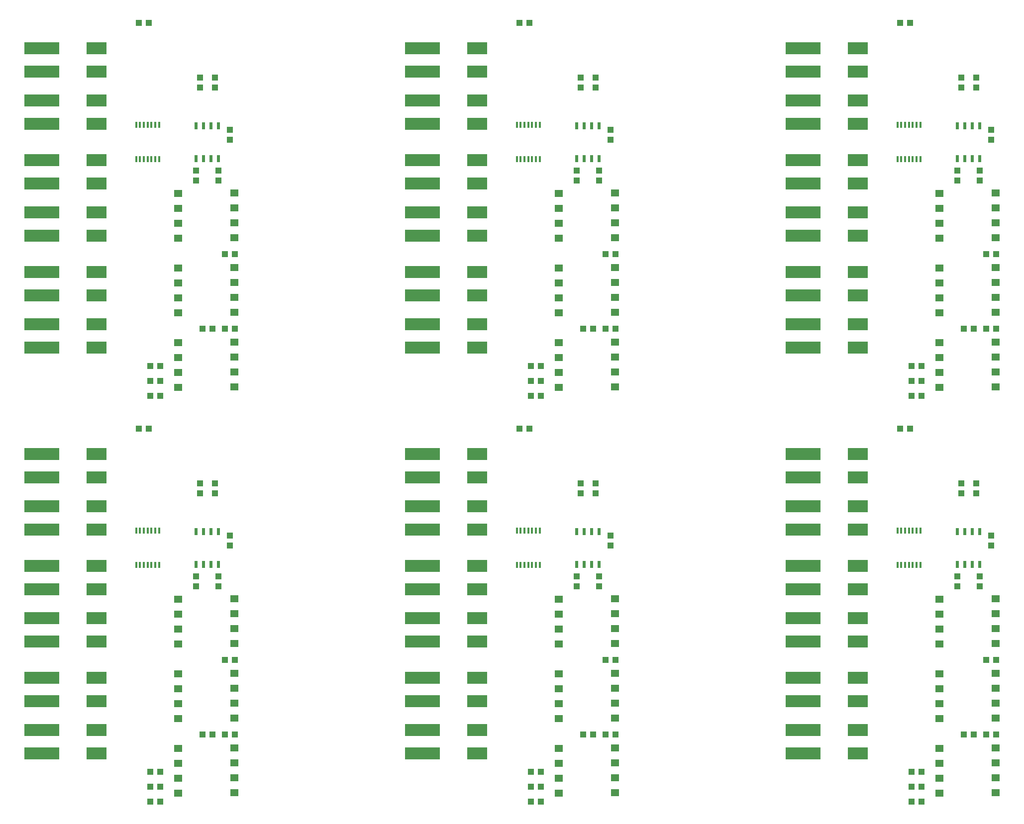
<source format=gtp>
G75*
%MOIN*%
%OFA0B0*%
%FSLAX25Y25*%
%IPPOS*%
%LPD*%
%AMOC8*
5,1,8,0,0,1.08239X$1,22.5*
%
%ADD10R,0.05512X0.05118*%
%ADD11R,0.02362X0.04724*%
%ADD12R,0.03937X0.04331*%
%ADD13R,0.04331X0.03937*%
%ADD14R,0.13780X0.07874*%
%ADD15R,0.23622X0.07874*%
%ADD16R,0.01200X0.03900*%
D10*
X0134122Y0044341D03*
X0134122Y0054341D03*
X0134122Y0064341D03*
X0134122Y0074341D03*
X0134122Y0094341D03*
X0134122Y0104341D03*
X0134122Y0114341D03*
X0134122Y0124341D03*
X0134119Y0144384D03*
X0134119Y0154384D03*
X0134119Y0164384D03*
X0134119Y0174384D03*
X0171678Y0174659D03*
X0171678Y0164659D03*
X0171678Y0154659D03*
X0171678Y0144659D03*
X0171681Y0124616D03*
X0171681Y0114616D03*
X0171681Y0104616D03*
X0171681Y0094616D03*
X0171681Y0074616D03*
X0171681Y0064616D03*
X0171681Y0054616D03*
X0171681Y0044616D03*
X0389122Y0044341D03*
X0389122Y0054341D03*
X0389122Y0064341D03*
X0389122Y0074341D03*
X0389122Y0094341D03*
X0389122Y0104341D03*
X0389122Y0114341D03*
X0389122Y0124341D03*
X0389119Y0144384D03*
X0389119Y0154384D03*
X0389119Y0164384D03*
X0389119Y0174384D03*
X0426678Y0174659D03*
X0426678Y0164659D03*
X0426678Y0154659D03*
X0426678Y0144659D03*
X0426681Y0124616D03*
X0426681Y0114616D03*
X0426681Y0104616D03*
X0426681Y0094616D03*
X0426681Y0074616D03*
X0426681Y0064616D03*
X0426681Y0054616D03*
X0426681Y0044616D03*
X0644122Y0044341D03*
X0644122Y0054341D03*
X0644122Y0064341D03*
X0644122Y0074341D03*
X0644122Y0094341D03*
X0644122Y0104341D03*
X0644122Y0114341D03*
X0644122Y0124341D03*
X0644119Y0144384D03*
X0644119Y0154384D03*
X0644119Y0164384D03*
X0644119Y0174384D03*
X0681678Y0174659D03*
X0681678Y0164659D03*
X0681678Y0154659D03*
X0681678Y0144659D03*
X0681681Y0124616D03*
X0681681Y0114616D03*
X0681681Y0104616D03*
X0681681Y0094616D03*
X0681681Y0074616D03*
X0681681Y0064616D03*
X0681681Y0054616D03*
X0681681Y0044616D03*
X0681681Y0316616D03*
X0681681Y0326616D03*
X0681681Y0336616D03*
X0681681Y0346616D03*
X0681681Y0366616D03*
X0681681Y0376616D03*
X0681681Y0386616D03*
X0681681Y0396616D03*
X0681678Y0416659D03*
X0681678Y0426659D03*
X0681678Y0436659D03*
X0681678Y0446659D03*
X0644119Y0446384D03*
X0644119Y0436384D03*
X0644119Y0426384D03*
X0644119Y0416384D03*
X0644122Y0396341D03*
X0644122Y0386341D03*
X0644122Y0376341D03*
X0644122Y0366341D03*
X0644122Y0346341D03*
X0644122Y0336341D03*
X0644122Y0326341D03*
X0644122Y0316341D03*
X0426681Y0316616D03*
X0426681Y0326616D03*
X0426681Y0336616D03*
X0426681Y0346616D03*
X0426681Y0366616D03*
X0426681Y0376616D03*
X0426681Y0386616D03*
X0426681Y0396616D03*
X0426678Y0416659D03*
X0426678Y0426659D03*
X0426678Y0436659D03*
X0426678Y0446659D03*
X0389119Y0446384D03*
X0389119Y0436384D03*
X0389119Y0426384D03*
X0389119Y0416384D03*
X0389122Y0396341D03*
X0389122Y0386341D03*
X0389122Y0376341D03*
X0389122Y0366341D03*
X0389122Y0346341D03*
X0389122Y0336341D03*
X0389122Y0326341D03*
X0389122Y0316341D03*
X0171681Y0316616D03*
X0171681Y0326616D03*
X0171681Y0336616D03*
X0171681Y0346616D03*
X0171681Y0366616D03*
X0171681Y0376616D03*
X0171681Y0386616D03*
X0171681Y0396616D03*
X0171678Y0416659D03*
X0171678Y0426659D03*
X0171678Y0436659D03*
X0171678Y0446659D03*
X0134119Y0446384D03*
X0134119Y0436384D03*
X0134119Y0426384D03*
X0134119Y0416384D03*
X0134122Y0396341D03*
X0134122Y0386341D03*
X0134122Y0376341D03*
X0134122Y0366341D03*
X0134122Y0346341D03*
X0134122Y0336341D03*
X0134122Y0326341D03*
X0134122Y0316341D03*
D11*
X0146150Y0219774D03*
X0151150Y0219774D03*
X0156150Y0219774D03*
X0161150Y0219774D03*
X0161150Y0197726D03*
X0156150Y0197726D03*
X0151150Y0197726D03*
X0146150Y0197726D03*
X0401150Y0197726D03*
X0406150Y0197726D03*
X0411150Y0197726D03*
X0416150Y0197726D03*
X0416150Y0219774D03*
X0411150Y0219774D03*
X0406150Y0219774D03*
X0401150Y0219774D03*
X0656150Y0219774D03*
X0661150Y0219774D03*
X0666150Y0219774D03*
X0671150Y0219774D03*
X0671150Y0197726D03*
X0666150Y0197726D03*
X0661150Y0197726D03*
X0656150Y0197726D03*
X0656150Y0469726D03*
X0661150Y0469726D03*
X0666150Y0469726D03*
X0671150Y0469726D03*
X0671150Y0491774D03*
X0666150Y0491774D03*
X0661150Y0491774D03*
X0656150Y0491774D03*
X0416150Y0491774D03*
X0411150Y0491774D03*
X0406150Y0491774D03*
X0401150Y0491774D03*
X0401150Y0469726D03*
X0406150Y0469726D03*
X0411150Y0469726D03*
X0416150Y0469726D03*
X0161150Y0469726D03*
X0156150Y0469726D03*
X0151150Y0469726D03*
X0146150Y0469726D03*
X0146150Y0491774D03*
X0151150Y0491774D03*
X0156150Y0491774D03*
X0161150Y0491774D03*
D12*
X0168650Y0489096D03*
X0168650Y0482404D03*
X0161150Y0461596D03*
X0161150Y0454904D03*
X0146150Y0454904D03*
X0146150Y0461596D03*
X0148650Y0517404D03*
X0148650Y0524096D03*
X0158650Y0524096D03*
X0158650Y0517404D03*
X0401150Y0461596D03*
X0401150Y0454904D03*
X0416150Y0454904D03*
X0416150Y0461596D03*
X0423650Y0482404D03*
X0423650Y0489096D03*
X0413650Y0517404D03*
X0413650Y0524096D03*
X0403650Y0524096D03*
X0403650Y0517404D03*
X0658650Y0517404D03*
X0658650Y0524096D03*
X0668650Y0524096D03*
X0668650Y0517404D03*
X0678650Y0489096D03*
X0678650Y0482404D03*
X0671150Y0461596D03*
X0671150Y0454904D03*
X0656150Y0454904D03*
X0656150Y0461596D03*
X0658650Y0252096D03*
X0658650Y0245404D03*
X0668650Y0245404D03*
X0668650Y0252096D03*
X0678650Y0217096D03*
X0678650Y0210404D03*
X0671150Y0189596D03*
X0671150Y0182904D03*
X0656150Y0182904D03*
X0656150Y0189596D03*
X0423650Y0210404D03*
X0423650Y0217096D03*
X0416150Y0189596D03*
X0416150Y0182904D03*
X0401150Y0182904D03*
X0401150Y0189596D03*
X0403650Y0245404D03*
X0403650Y0252096D03*
X0413650Y0252096D03*
X0413650Y0245404D03*
X0168650Y0217096D03*
X0168650Y0210404D03*
X0161150Y0189596D03*
X0161150Y0182904D03*
X0146150Y0182904D03*
X0146150Y0189596D03*
X0148650Y0245404D03*
X0148650Y0252096D03*
X0158650Y0252096D03*
X0158650Y0245404D03*
D13*
X0114496Y0288750D03*
X0107804Y0288750D03*
X0115304Y0310750D03*
X0121996Y0310750D03*
X0121996Y0320750D03*
X0115304Y0320750D03*
X0115304Y0330750D03*
X0121996Y0330750D03*
X0150304Y0355750D03*
X0156996Y0355750D03*
X0165304Y0355750D03*
X0171996Y0355750D03*
X0171996Y0405750D03*
X0165304Y0405750D03*
X0362804Y0288750D03*
X0369496Y0288750D03*
X0370304Y0310750D03*
X0376996Y0310750D03*
X0376996Y0320750D03*
X0370304Y0320750D03*
X0370304Y0330750D03*
X0376996Y0330750D03*
X0405304Y0355750D03*
X0411996Y0355750D03*
X0420304Y0355750D03*
X0426996Y0355750D03*
X0426996Y0405750D03*
X0420304Y0405750D03*
X0625304Y0330750D03*
X0631996Y0330750D03*
X0631996Y0320750D03*
X0625304Y0320750D03*
X0625304Y0310750D03*
X0631996Y0310750D03*
X0624496Y0288750D03*
X0617804Y0288750D03*
X0660304Y0355750D03*
X0666996Y0355750D03*
X0675304Y0355750D03*
X0681996Y0355750D03*
X0681996Y0405750D03*
X0675304Y0405750D03*
X0624496Y0560750D03*
X0617804Y0560750D03*
X0369496Y0560750D03*
X0362804Y0560750D03*
X0114496Y0560750D03*
X0107804Y0560750D03*
X0165304Y0133750D03*
X0171996Y0133750D03*
X0171996Y0083750D03*
X0165304Y0083750D03*
X0156996Y0083750D03*
X0150304Y0083750D03*
X0121996Y0058750D03*
X0115304Y0058750D03*
X0115304Y0048750D03*
X0121996Y0048750D03*
X0121996Y0038750D03*
X0115304Y0038750D03*
X0370304Y0038750D03*
X0376996Y0038750D03*
X0376996Y0048750D03*
X0370304Y0048750D03*
X0370304Y0058750D03*
X0376996Y0058750D03*
X0405304Y0083750D03*
X0411996Y0083750D03*
X0420304Y0083750D03*
X0426996Y0083750D03*
X0426996Y0133750D03*
X0420304Y0133750D03*
X0625304Y0058750D03*
X0631996Y0058750D03*
X0631996Y0048750D03*
X0625304Y0048750D03*
X0625304Y0038750D03*
X0631996Y0038750D03*
X0660304Y0083750D03*
X0666996Y0083750D03*
X0675304Y0083750D03*
X0681996Y0083750D03*
X0681996Y0133750D03*
X0675304Y0133750D03*
D14*
X0589319Y0121624D03*
X0589319Y0105876D03*
X0589319Y0086624D03*
X0589319Y0070876D03*
X0589319Y0145876D03*
X0589319Y0161624D03*
X0589319Y0180876D03*
X0589319Y0196624D03*
X0589319Y0220876D03*
X0589319Y0236624D03*
X0589319Y0255876D03*
X0589319Y0271624D03*
X0589319Y0342876D03*
X0589319Y0358624D03*
X0589319Y0377876D03*
X0589319Y0393624D03*
X0589319Y0417876D03*
X0589319Y0433624D03*
X0589319Y0452876D03*
X0589319Y0468624D03*
X0589319Y0492876D03*
X0589319Y0508624D03*
X0589319Y0527876D03*
X0589319Y0543624D03*
X0334319Y0543624D03*
X0334319Y0527876D03*
X0334319Y0508624D03*
X0334319Y0492876D03*
X0334319Y0468624D03*
X0334319Y0452876D03*
X0334319Y0433624D03*
X0334319Y0417876D03*
X0334319Y0393624D03*
X0334319Y0377876D03*
X0334319Y0358624D03*
X0334319Y0342876D03*
X0334319Y0271624D03*
X0334319Y0255876D03*
X0334319Y0236624D03*
X0334319Y0220876D03*
X0334319Y0196624D03*
X0334319Y0180876D03*
X0334319Y0161624D03*
X0334319Y0145876D03*
X0334319Y0121624D03*
X0334319Y0105876D03*
X0334319Y0086624D03*
X0334319Y0070876D03*
X0079319Y0070876D03*
X0079319Y0086624D03*
X0079319Y0105876D03*
X0079319Y0121624D03*
X0079319Y0145876D03*
X0079319Y0161624D03*
X0079319Y0180876D03*
X0079319Y0196624D03*
X0079319Y0220876D03*
X0079319Y0236624D03*
X0079319Y0255876D03*
X0079319Y0271624D03*
X0079319Y0342876D03*
X0079319Y0358624D03*
X0079319Y0377876D03*
X0079319Y0393624D03*
X0079319Y0417876D03*
X0079319Y0433624D03*
X0079319Y0452876D03*
X0079319Y0468624D03*
X0079319Y0492876D03*
X0079319Y0508624D03*
X0079319Y0527876D03*
X0079319Y0543624D03*
D15*
X0042902Y0070876D03*
X0042902Y0086624D03*
X0042902Y0105876D03*
X0042902Y0121624D03*
X0042902Y0145876D03*
X0042902Y0161624D03*
X0042902Y0180876D03*
X0042902Y0196624D03*
X0042902Y0220876D03*
X0042902Y0236624D03*
X0042902Y0255876D03*
X0042902Y0271624D03*
X0042902Y0342876D03*
X0042902Y0358624D03*
X0042902Y0377876D03*
X0042902Y0393624D03*
X0042902Y0417876D03*
X0042902Y0433624D03*
X0042902Y0452876D03*
X0042902Y0468624D03*
X0042902Y0492876D03*
X0042902Y0508624D03*
X0042902Y0527876D03*
X0042902Y0543624D03*
X0297902Y0543624D03*
X0297902Y0527876D03*
X0297902Y0508624D03*
X0297902Y0492876D03*
X0297902Y0468624D03*
X0297902Y0452876D03*
X0297902Y0433624D03*
X0297902Y0417876D03*
X0297902Y0393624D03*
X0297902Y0377876D03*
X0297902Y0358624D03*
X0297902Y0342876D03*
X0297902Y0271624D03*
X0297902Y0255876D03*
X0297902Y0236624D03*
X0297902Y0220876D03*
X0297902Y0196624D03*
X0297902Y0180876D03*
X0297902Y0161624D03*
X0297902Y0145876D03*
X0297902Y0121624D03*
X0297902Y0105876D03*
X0297902Y0086624D03*
X0297902Y0070876D03*
X0552902Y0070876D03*
X0552902Y0086624D03*
X0552902Y0105876D03*
X0552902Y0121624D03*
X0552902Y0145876D03*
X0552902Y0161624D03*
X0552902Y0180876D03*
X0552902Y0196624D03*
X0552902Y0220876D03*
X0552902Y0236624D03*
X0552902Y0255876D03*
X0552902Y0271624D03*
X0552902Y0342876D03*
X0552902Y0358624D03*
X0552902Y0377876D03*
X0552902Y0393624D03*
X0552902Y0417876D03*
X0552902Y0433624D03*
X0552902Y0452876D03*
X0552902Y0468624D03*
X0552902Y0492876D03*
X0552902Y0508624D03*
X0552902Y0527876D03*
X0552902Y0543624D03*
D16*
X0615973Y0492237D03*
X0618532Y0492237D03*
X0621091Y0492237D03*
X0623650Y0492237D03*
X0626209Y0492237D03*
X0628768Y0492237D03*
X0631327Y0492237D03*
X0631327Y0469263D03*
X0628768Y0469263D03*
X0626209Y0469263D03*
X0623650Y0469263D03*
X0621091Y0469263D03*
X0618532Y0469263D03*
X0615973Y0469263D03*
X0376327Y0469263D03*
X0373768Y0469263D03*
X0371209Y0469263D03*
X0368650Y0469263D03*
X0366091Y0469263D03*
X0363532Y0469263D03*
X0360973Y0469263D03*
X0360973Y0492237D03*
X0363532Y0492237D03*
X0366091Y0492237D03*
X0368650Y0492237D03*
X0371209Y0492237D03*
X0373768Y0492237D03*
X0376327Y0492237D03*
X0121327Y0492237D03*
X0118768Y0492237D03*
X0116209Y0492237D03*
X0113650Y0492237D03*
X0111091Y0492237D03*
X0108532Y0492237D03*
X0105973Y0492237D03*
X0105973Y0469263D03*
X0108532Y0469263D03*
X0111091Y0469263D03*
X0113650Y0469263D03*
X0116209Y0469263D03*
X0118768Y0469263D03*
X0121327Y0469263D03*
X0121327Y0220237D03*
X0118768Y0220237D03*
X0116209Y0220237D03*
X0113650Y0220237D03*
X0111091Y0220237D03*
X0108532Y0220237D03*
X0105973Y0220237D03*
X0105973Y0197263D03*
X0108532Y0197263D03*
X0111091Y0197263D03*
X0113650Y0197263D03*
X0116209Y0197263D03*
X0118768Y0197263D03*
X0121327Y0197263D03*
X0360973Y0197263D03*
X0363532Y0197263D03*
X0366091Y0197263D03*
X0368650Y0197263D03*
X0371209Y0197263D03*
X0373768Y0197263D03*
X0376327Y0197263D03*
X0376327Y0220237D03*
X0373768Y0220237D03*
X0371209Y0220237D03*
X0368650Y0220237D03*
X0366091Y0220237D03*
X0363532Y0220237D03*
X0360973Y0220237D03*
X0615973Y0220237D03*
X0618532Y0220237D03*
X0621091Y0220237D03*
X0623650Y0220237D03*
X0626209Y0220237D03*
X0628768Y0220237D03*
X0631327Y0220237D03*
X0631327Y0197263D03*
X0628768Y0197263D03*
X0626209Y0197263D03*
X0623650Y0197263D03*
X0621091Y0197263D03*
X0618532Y0197263D03*
X0615973Y0197263D03*
M02*

</source>
